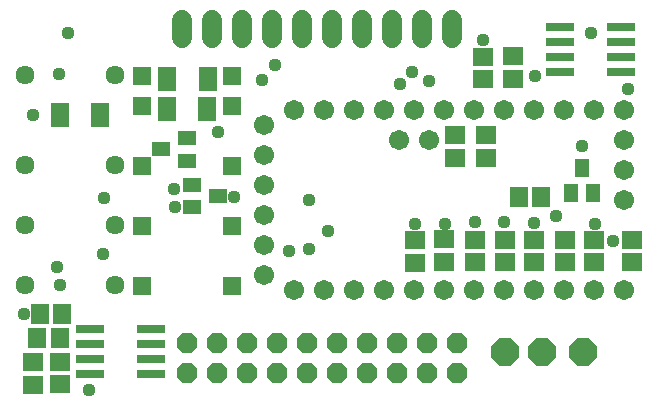
<source format=gbs>
G75*
%MOIN*%
%OFA0B0*%
%FSLAX24Y24*%
%IPPOS*%
%LPD*%
%AMOC8*
5,1,8,0,0,1.08239X$1,22.5*
%
%ADD10R,0.0474X0.0631*%
%ADD11R,0.0710X0.0592*%
%ADD12R,0.0592X0.0710*%
%ADD13R,0.0595X0.0595*%
%ADD14R,0.0631X0.0474*%
%ADD15R,0.0631X0.0789*%
%ADD16R,0.0946X0.0316*%
%ADD17R,0.0671X0.0592*%
%ADD18R,0.0592X0.0671*%
%ADD19C,0.0674*%
%ADD20C,0.0634*%
%ADD21C,0.0680*%
%ADD22OC8,0.0680*%
%ADD23OC8,0.0930*%
%ADD24C,0.0437*%
D10*
X019585Y007609D03*
X020333Y007609D03*
X019959Y008475D03*
D11*
X001640Y001239D03*
X001640Y001987D03*
X014373Y005298D03*
X015369Y005330D03*
X016384Y005318D03*
X016384Y006066D03*
X015369Y006078D03*
X014373Y006046D03*
X017377Y006066D03*
X018365Y006070D03*
X019380Y006062D03*
X020369Y006058D03*
X020369Y005310D03*
X019380Y005314D03*
X018365Y005322D03*
X017377Y005318D03*
X021621Y005314D03*
X021621Y006062D03*
X016758Y008802D03*
X015731Y008798D03*
X015731Y009546D03*
X016758Y009550D03*
X016652Y011416D03*
X017672Y011432D03*
X017672Y012180D03*
X016652Y012164D03*
D12*
X017841Y007507D03*
X018589Y007507D03*
X002550Y002802D03*
X001802Y002802D03*
D13*
X005298Y004515D03*
X008298Y004515D03*
X008298Y006515D03*
X005298Y006515D03*
X005298Y008515D03*
X008298Y008515D03*
X008298Y010515D03*
X008298Y011515D03*
X005298Y011515D03*
X005298Y010515D03*
D14*
X006798Y009452D03*
X005932Y009078D03*
X006798Y008704D03*
X006943Y007900D03*
X007810Y007526D03*
X006943Y007152D03*
D15*
X003892Y010215D03*
X002554Y010215D03*
X006125Y010432D03*
X007463Y010432D03*
X007475Y011420D03*
X006136Y011420D03*
D16*
X019211Y011650D03*
X019211Y012150D03*
X019211Y012650D03*
X019211Y013150D03*
X021258Y013150D03*
X021258Y012650D03*
X021258Y012150D03*
X021258Y011650D03*
X005605Y003084D03*
X005605Y002584D03*
X005605Y002084D03*
X005605Y001584D03*
X003558Y001584D03*
X003558Y002084D03*
X003558Y002584D03*
X003558Y003084D03*
D17*
X002565Y001991D03*
X002565Y001243D03*
D18*
X002621Y003593D03*
X001873Y003593D03*
D19*
X009353Y004885D03*
X010353Y004385D03*
X011353Y004385D03*
X012353Y004385D03*
X013353Y004385D03*
X014353Y004385D03*
X015353Y004385D03*
X016353Y004385D03*
X017353Y004385D03*
X018353Y004385D03*
X019353Y004385D03*
X020353Y004385D03*
X021353Y004385D03*
X021353Y007385D03*
X021353Y008385D03*
X021353Y009385D03*
X021353Y010385D03*
X020353Y010385D03*
X019353Y010385D03*
X018353Y010385D03*
X017353Y010385D03*
X016353Y010385D03*
X015353Y010385D03*
X014353Y010385D03*
X013353Y010385D03*
X012353Y010385D03*
X011353Y010385D03*
X010353Y010385D03*
X009353Y009885D03*
X009353Y008885D03*
X009353Y007885D03*
X009353Y006885D03*
X009353Y005885D03*
X013853Y009385D03*
X014853Y009385D03*
D20*
X004396Y008546D03*
X001396Y008546D03*
X001396Y006546D03*
X004396Y006546D03*
X004396Y004546D03*
X001396Y004546D03*
X001396Y011546D03*
X004396Y011546D03*
D21*
X006636Y012789D02*
X006636Y013389D01*
X007636Y013389D02*
X007636Y012789D01*
X008636Y012789D02*
X008636Y013389D01*
X009636Y013389D02*
X009636Y012789D01*
X010636Y012789D02*
X010636Y013389D01*
X011636Y013389D02*
X011636Y012789D01*
X012636Y012789D02*
X012636Y013389D01*
X013636Y013389D02*
X013636Y012789D01*
X014636Y012789D02*
X014636Y013389D01*
X015636Y013389D02*
X015636Y012789D01*
D22*
X015794Y002641D03*
X014794Y002641D03*
X013794Y002641D03*
X012794Y002641D03*
X011794Y002641D03*
X010794Y002641D03*
X009794Y002641D03*
X008794Y002641D03*
X007794Y002641D03*
X006794Y002641D03*
X006794Y001641D03*
X007794Y001641D03*
X008794Y001641D03*
X009794Y001641D03*
X010794Y001641D03*
X011794Y001641D03*
X012794Y001641D03*
X013794Y001641D03*
X014794Y001641D03*
X015794Y001641D03*
D23*
X017396Y002341D03*
X018617Y002341D03*
X019975Y002341D03*
D24*
X021006Y006034D03*
X020377Y006605D03*
X019077Y006853D03*
X018357Y006609D03*
X017361Y006664D03*
X016392Y006664D03*
X015392Y006605D03*
X014388Y006586D03*
X011487Y006373D03*
X010857Y005759D03*
X010188Y005708D03*
X010841Y007404D03*
X008353Y007491D03*
X006365Y007747D03*
X006377Y007145D03*
X004010Y007460D03*
X003983Y005582D03*
X002455Y005168D03*
X002562Y004558D03*
X001357Y003601D03*
X003510Y001066D03*
X007814Y009672D03*
X009302Y011397D03*
X009711Y011904D03*
X013892Y011247D03*
X014306Y011645D03*
X014841Y011353D03*
X016672Y012727D03*
X018384Y011523D03*
X020254Y012948D03*
X021506Y011101D03*
X019955Y009208D03*
X002829Y012971D03*
X002518Y011589D03*
X001648Y010215D03*
M02*

</source>
